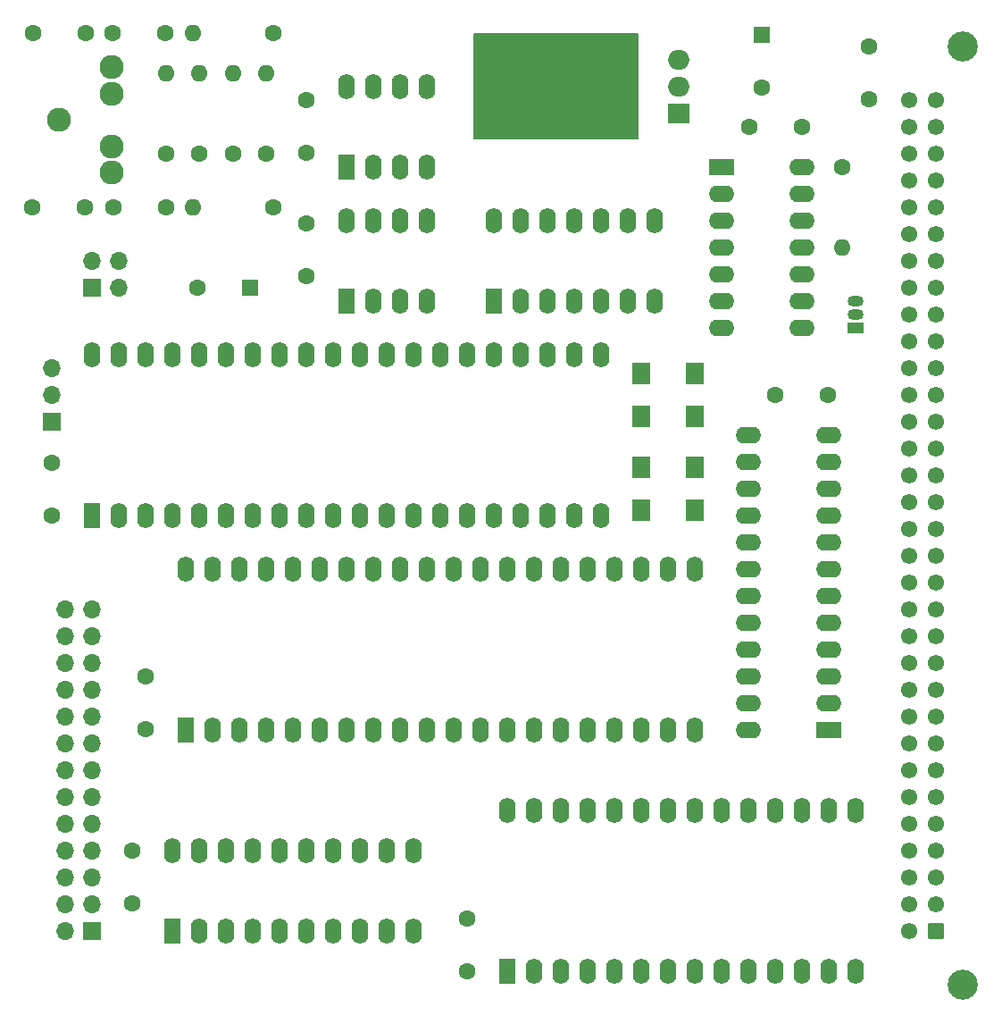
<source format=gbr>
%TF.GenerationSoftware,KiCad,Pcbnew,8.0.6+1*%
%TF.CreationDate,2024-11-13T12:36:37+01:00*%
%TF.ProjectId,QL_Qsound2,514c5f51-736f-4756-9e64-322e6b696361,2*%
%TF.SameCoordinates,Original*%
%TF.FileFunction,Soldermask,Top*%
%TF.FilePolarity,Negative*%
%FSLAX46Y46*%
G04 Gerber Fmt 4.6, Leading zero omitted, Abs format (unit mm)*
G04 Created by KiCad (PCBNEW 8.0.6+1) date 2024-11-13 12:36:37*
%MOMM*%
%LPD*%
G01*
G04 APERTURE LIST*
G04 Aperture macros list*
%AMRoundRect*
0 Rectangle with rounded corners*
0 $1 Rounding radius*
0 $2 $3 $4 $5 $6 $7 $8 $9 X,Y pos of 4 corners*
0 Add a 4 corners polygon primitive as box body*
4,1,4,$2,$3,$4,$5,$6,$7,$8,$9,$2,$3,0*
0 Add four circle primitives for the rounded corners*
1,1,$1+$1,$2,$3*
1,1,$1+$1,$4,$5*
1,1,$1+$1,$6,$7*
1,1,$1+$1,$8,$9*
0 Add four rect primitives between the rounded corners*
20,1,$1+$1,$2,$3,$4,$5,0*
20,1,$1+$1,$4,$5,$6,$7,0*
20,1,$1+$1,$6,$7,$8,$9,0*
20,1,$1+$1,$8,$9,$2,$3,0*%
G04 Aperture macros list end*
%ADD10C,0.150000*%
%ADD11R,1.600000X2.400000*%
%ADD12O,1.600000X2.400000*%
%ADD13C,1.600000*%
%ADD14R,1.500000X1.050000*%
%ADD15O,1.500000X1.050000*%
%ADD16O,1.600000X1.600000*%
%ADD17R,1.700000X1.700000*%
%ADD18O,1.700000X1.700000*%
%ADD19C,2.286000*%
%ADD20R,1.600000X1.600000*%
%ADD21R,1.800000X2.000000*%
%ADD22R,2.400000X1.600000*%
%ADD23O,2.400000X1.600000*%
%ADD24O,3.500000X3.500000*%
%ADD25R,2.000000X1.905000*%
%ADD26O,2.000000X1.905000*%
%ADD27C,2.850000*%
%ADD28RoundRect,0.249999X0.525001X-0.525001X0.525001X0.525001X-0.525001X0.525001X-0.525001X-0.525001X0*%
%ADD29C,1.550000*%
G04 APERTURE END LIST*
D10*
X146685000Y-47117000D02*
X162179000Y-47117000D01*
X162179000Y-57023000D01*
X146685000Y-57023000D01*
X146685000Y-47117000D01*
G36*
X146685000Y-47117000D02*
G01*
X162179000Y-47117000D01*
X162179000Y-57023000D01*
X146685000Y-57023000D01*
X146685000Y-47117000D01*
G37*
D11*
%TO.C,U9*%
X134620000Y-72390000D03*
D12*
X137160000Y-72390000D03*
X139700000Y-72390000D03*
X142240000Y-72390000D03*
X142240000Y-64770000D03*
X139700000Y-64770000D03*
X137160000Y-64770000D03*
X134620000Y-64770000D03*
%TD*%
D11*
%TO.C,U7*%
X110490000Y-92710000D03*
D12*
X113030000Y-92710000D03*
X115570000Y-92710000D03*
X118110000Y-92710000D03*
X120650000Y-92710000D03*
X123190000Y-92710000D03*
X125730000Y-92710000D03*
X128270000Y-92710000D03*
X130810000Y-92710000D03*
X133350000Y-92710000D03*
X135890000Y-92710000D03*
X138430000Y-92710000D03*
X140970000Y-92710000D03*
X143510000Y-92710000D03*
X146050000Y-92710000D03*
X148590000Y-92710000D03*
X151130000Y-92710000D03*
X153670000Y-92710000D03*
X156210000Y-92710000D03*
X158750000Y-92710000D03*
X158750000Y-77470000D03*
X156210000Y-77470000D03*
X153670000Y-77470000D03*
X151130000Y-77470000D03*
X148590000Y-77470000D03*
X146050000Y-77470000D03*
X143510000Y-77470000D03*
X140970000Y-77470000D03*
X138430000Y-77470000D03*
X135890000Y-77470000D03*
X133350000Y-77470000D03*
X130810000Y-77470000D03*
X128270000Y-77470000D03*
X125730000Y-77470000D03*
X123190000Y-77470000D03*
X120650000Y-77470000D03*
X118110000Y-77470000D03*
X115570000Y-77470000D03*
X113030000Y-77470000D03*
X110490000Y-77470000D03*
%TD*%
D13*
%TO.C,C1*%
X184150000Y-53300000D03*
X184150000Y-48300000D03*
%TD*%
%TO.C,C6*%
X180260000Y-81280000D03*
X175260000Y-81280000D03*
%TD*%
%TO.C,C7*%
X106680000Y-87710000D03*
X106680000Y-92710000D03*
%TD*%
D11*
%TO.C,U10*%
X148590000Y-72390000D03*
D12*
X151130000Y-72390000D03*
X153670000Y-72390000D03*
X156210000Y-72390000D03*
X158750000Y-72390000D03*
X161290000Y-72390000D03*
X163830000Y-72390000D03*
X163830000Y-64770000D03*
X161290000Y-64770000D03*
X158750000Y-64770000D03*
X156210000Y-64770000D03*
X153670000Y-64770000D03*
X151130000Y-64770000D03*
X148590000Y-64770000D03*
%TD*%
D14*
%TO.C,Q1*%
X182880000Y-74930000D03*
D15*
X182880000Y-73660000D03*
X182880000Y-72390000D03*
%TD*%
D13*
%TO.C,R2*%
X127635000Y-46990000D03*
D16*
X120015000Y-46990000D03*
%TD*%
D13*
%TO.C,R6*%
X127000000Y-58420000D03*
D16*
X127000000Y-50800000D03*
%TD*%
D11*
%TO.C,U8*%
X118110000Y-132080000D03*
D12*
X120650000Y-132080000D03*
X123190000Y-132080000D03*
X125730000Y-132080000D03*
X128270000Y-132080000D03*
X130810000Y-132080000D03*
X133350000Y-132080000D03*
X135890000Y-132080000D03*
X138430000Y-132080000D03*
X140970000Y-132080000D03*
X140970000Y-124460000D03*
X138430000Y-124460000D03*
X135890000Y-124460000D03*
X133350000Y-124460000D03*
X130810000Y-124460000D03*
X128270000Y-124460000D03*
X125730000Y-124460000D03*
X123190000Y-124460000D03*
X120650000Y-124460000D03*
X118110000Y-124460000D03*
%TD*%
D17*
%TO.C,JP2*%
X110490000Y-71125000D03*
D18*
X110490000Y-68585000D03*
X113030000Y-71125000D03*
X113030000Y-68585000D03*
%TD*%
D11*
%TO.C,U5*%
X134620000Y-59690000D03*
D12*
X137160000Y-59690000D03*
X139700000Y-59690000D03*
X142240000Y-59690000D03*
X142240000Y-52070000D03*
X139700000Y-52070000D03*
X137160000Y-52070000D03*
X134620000Y-52070000D03*
%TD*%
D13*
%TO.C,C8*%
X114300000Y-124500000D03*
X114300000Y-129500000D03*
%TD*%
%TO.C,C14*%
X109815000Y-63500000D03*
X104815000Y-63500000D03*
%TD*%
%TO.C,C2*%
X146050000Y-135890000D03*
X146050000Y-130890000D03*
%TD*%
%TO.C,R5*%
X123825000Y-58420000D03*
D16*
X123825000Y-50800000D03*
%TD*%
D13*
%TO.C,C13*%
X117435000Y-46990000D03*
X112435000Y-46990000D03*
%TD*%
%TO.C,R1*%
X181610000Y-59690000D03*
D16*
X181610000Y-67310000D03*
%TD*%
D19*
%TO.C,J2*%
X107315000Y-55245000D03*
X112315000Y-50245000D03*
X112315000Y-52745000D03*
X112315000Y-60245000D03*
X112315000Y-57745000D03*
%TD*%
D13*
%TO.C,R4*%
X120650000Y-58420000D03*
D16*
X120650000Y-50800000D03*
%TD*%
D13*
%TO.C,C9*%
X130810000Y-53380000D03*
X130810000Y-58380000D03*
%TD*%
%TO.C,R3*%
X117475000Y-58420000D03*
D16*
X117475000Y-50800000D03*
%TD*%
D17*
%TO.C,J3*%
X110490000Y-132080000D03*
D18*
X107950000Y-132080000D03*
X110490000Y-129540000D03*
X107950000Y-129540000D03*
X110490000Y-127000000D03*
X107950000Y-127000000D03*
X110490000Y-124460000D03*
X107950000Y-124460000D03*
X110490000Y-121920000D03*
X107950000Y-121920000D03*
X110490000Y-119380000D03*
X107950000Y-119380000D03*
X110490000Y-116840000D03*
X107950000Y-116840000D03*
X110490000Y-114300000D03*
X107950000Y-114300000D03*
X110490000Y-111760000D03*
X107950000Y-111760000D03*
X110490000Y-109220000D03*
X107950000Y-109220000D03*
X110490000Y-106680000D03*
X107950000Y-106680000D03*
X110490000Y-104140000D03*
X107950000Y-104140000D03*
X110490000Y-101600000D03*
X107950000Y-101600000D03*
%TD*%
D13*
%TO.C,C4*%
X115570000Y-107950000D03*
X115570000Y-112950000D03*
%TD*%
D20*
%TO.C,C11*%
X125476000Y-71120000D03*
D13*
X120476000Y-71120000D03*
%TD*%
D21*
%TO.C,X3*%
X167640000Y-79280000D03*
X162560000Y-79280000D03*
X162560000Y-83280000D03*
X167640000Y-83280000D03*
%TD*%
D22*
%TO.C,U3*%
X170170000Y-59685000D03*
D23*
X170170000Y-62225000D03*
X170170000Y-64765000D03*
X170170000Y-67305000D03*
X170170000Y-69845000D03*
X170170000Y-72385000D03*
X170170000Y-74925000D03*
X177790000Y-74925000D03*
X177790000Y-72385000D03*
X177790000Y-69845000D03*
X177790000Y-67305000D03*
X177790000Y-64765000D03*
X177790000Y-62225000D03*
X177790000Y-59685000D03*
%TD*%
D13*
%TO.C,C15*%
X117475000Y-63500000D03*
X112475000Y-63500000D03*
%TD*%
D20*
%TO.C,C10*%
X173990000Y-47127349D03*
D13*
X173990000Y-52127349D03*
%TD*%
%TO.C,R7*%
X127635000Y-63500000D03*
D16*
X120015000Y-63500000D03*
%TD*%
D17*
%TO.C,JP1*%
X106680000Y-83805000D03*
D18*
X106680000Y-81265000D03*
X106680000Y-78725000D03*
%TD*%
D24*
%TO.C,U1*%
X149415000Y-52070000D03*
D25*
X166075000Y-54610000D03*
D26*
X166075000Y-52070000D03*
X166075000Y-49530000D03*
%TD*%
D13*
%TO.C,C12*%
X109855000Y-46990000D03*
X104855000Y-46990000D03*
%TD*%
%TO.C,C3*%
X177760000Y-55880000D03*
X172760000Y-55880000D03*
%TD*%
D22*
%TO.C,U6*%
X180340000Y-113030000D03*
D23*
X180340000Y-110490000D03*
X180340000Y-107950000D03*
X180340000Y-105410000D03*
X180340000Y-102870000D03*
X180340000Y-100330000D03*
X180340000Y-97790000D03*
X180340000Y-95250000D03*
X180340000Y-92710000D03*
X180340000Y-90170000D03*
X180340000Y-87630000D03*
X180340000Y-85090000D03*
X172720000Y-85090000D03*
X172720000Y-87630000D03*
X172720000Y-90170000D03*
X172720000Y-92710000D03*
X172720000Y-95250000D03*
X172720000Y-97790000D03*
X172720000Y-100330000D03*
X172720000Y-102870000D03*
X172720000Y-105410000D03*
X172720000Y-107950000D03*
X172720000Y-110490000D03*
X172720000Y-113030000D03*
%TD*%
D27*
%TO.C,J1*%
X193040000Y-48260000D03*
X193040000Y-137160000D03*
D28*
X190500000Y-132080000D03*
D29*
X190500000Y-129540000D03*
X190500000Y-127000000D03*
X190500000Y-124460000D03*
X190500000Y-121920000D03*
X190500000Y-119380000D03*
X190500000Y-116840000D03*
X190500000Y-114300000D03*
X190500000Y-111760000D03*
X190500000Y-109220000D03*
X190500000Y-106680000D03*
X190500000Y-104140000D03*
X190500000Y-101600000D03*
X190500000Y-99060000D03*
X190500000Y-96520000D03*
X190500000Y-93980000D03*
X190500000Y-91440000D03*
X190500000Y-88900000D03*
X190500000Y-86360000D03*
X190500000Y-83820000D03*
X190500000Y-81280000D03*
X190500000Y-78740000D03*
X190500000Y-76200000D03*
X190500000Y-73660000D03*
X190500000Y-71120000D03*
X190500000Y-68580000D03*
X190500000Y-66040000D03*
X190500000Y-63500000D03*
X190500000Y-60960000D03*
X190500000Y-58420000D03*
X190500000Y-55880000D03*
X190500000Y-53340000D03*
X187960000Y-132080000D03*
X187960000Y-129540000D03*
X187960000Y-127000000D03*
X187960000Y-124460000D03*
X187960000Y-121920000D03*
X187960000Y-119380000D03*
X187960000Y-116840000D03*
X187960000Y-114300000D03*
X187960000Y-111760000D03*
X187960000Y-109220000D03*
X187960000Y-106680000D03*
X187960000Y-104140000D03*
X187960000Y-101600000D03*
X187960000Y-99060000D03*
X187960000Y-96520000D03*
X187960000Y-93980000D03*
X187960000Y-91440000D03*
X187960000Y-88900000D03*
X187960000Y-86360000D03*
X187960000Y-83820000D03*
X187960000Y-81280000D03*
X187960000Y-78740000D03*
X187960000Y-76200000D03*
X187960000Y-73660000D03*
X187960000Y-71120000D03*
X187960000Y-68580000D03*
X187960000Y-66040000D03*
X187960000Y-63500000D03*
X187960000Y-60960000D03*
X187960000Y-58420000D03*
X187960000Y-55880000D03*
X187960000Y-53340000D03*
%TD*%
D21*
%TO.C,X4*%
X167640000Y-88170000D03*
X162560000Y-88170000D03*
X162560000Y-92170000D03*
X167640000Y-92170000D03*
%TD*%
D11*
%TO.C,U2*%
X149860000Y-135890000D03*
D12*
X152400000Y-135890000D03*
X154940000Y-135890000D03*
X157480000Y-135890000D03*
X160020000Y-135890000D03*
X162560000Y-135890000D03*
X165100000Y-135890000D03*
X167640000Y-135890000D03*
X170180000Y-135890000D03*
X172720000Y-135890000D03*
X175260000Y-135890000D03*
X177800000Y-135890000D03*
X180340000Y-135890000D03*
X182880000Y-135890000D03*
X182880000Y-120650000D03*
X180340000Y-120650000D03*
X177800000Y-120650000D03*
X175260000Y-120650000D03*
X172720000Y-120650000D03*
X170180000Y-120650000D03*
X167640000Y-120650000D03*
X165100000Y-120650000D03*
X162560000Y-120650000D03*
X160020000Y-120650000D03*
X157480000Y-120650000D03*
X154940000Y-120650000D03*
X152400000Y-120650000D03*
X149860000Y-120650000D03*
%TD*%
D13*
%TO.C,C5*%
X130810000Y-70024000D03*
X130810000Y-65024000D03*
%TD*%
D11*
%TO.C,U4*%
X119385000Y-113010000D03*
D12*
X121925000Y-113010000D03*
X124465000Y-113010000D03*
X127005000Y-113010000D03*
X129545000Y-113010000D03*
X132085000Y-113010000D03*
X134625000Y-113010000D03*
X137165000Y-113010000D03*
X139705000Y-113010000D03*
X142245000Y-113010000D03*
X144785000Y-113010000D03*
X147325000Y-113010000D03*
X149865000Y-113010000D03*
X152405000Y-113010000D03*
X154945000Y-113010000D03*
X157485000Y-113010000D03*
X160025000Y-113010000D03*
X162565000Y-113010000D03*
X165105000Y-113010000D03*
X167645000Y-113010000D03*
X167645000Y-97770000D03*
X165105000Y-97770000D03*
X162565000Y-97770000D03*
X160025000Y-97770000D03*
X157485000Y-97770000D03*
X154945000Y-97770000D03*
X152405000Y-97770000D03*
X149865000Y-97770000D03*
X147325000Y-97770000D03*
X144785000Y-97770000D03*
X142245000Y-97770000D03*
X139705000Y-97770000D03*
X137165000Y-97770000D03*
X134625000Y-97770000D03*
X132085000Y-97770000D03*
X129545000Y-97770000D03*
X127005000Y-97770000D03*
X124465000Y-97770000D03*
X121925000Y-97770000D03*
X119385000Y-97770000D03*
%TD*%
M02*

</source>
